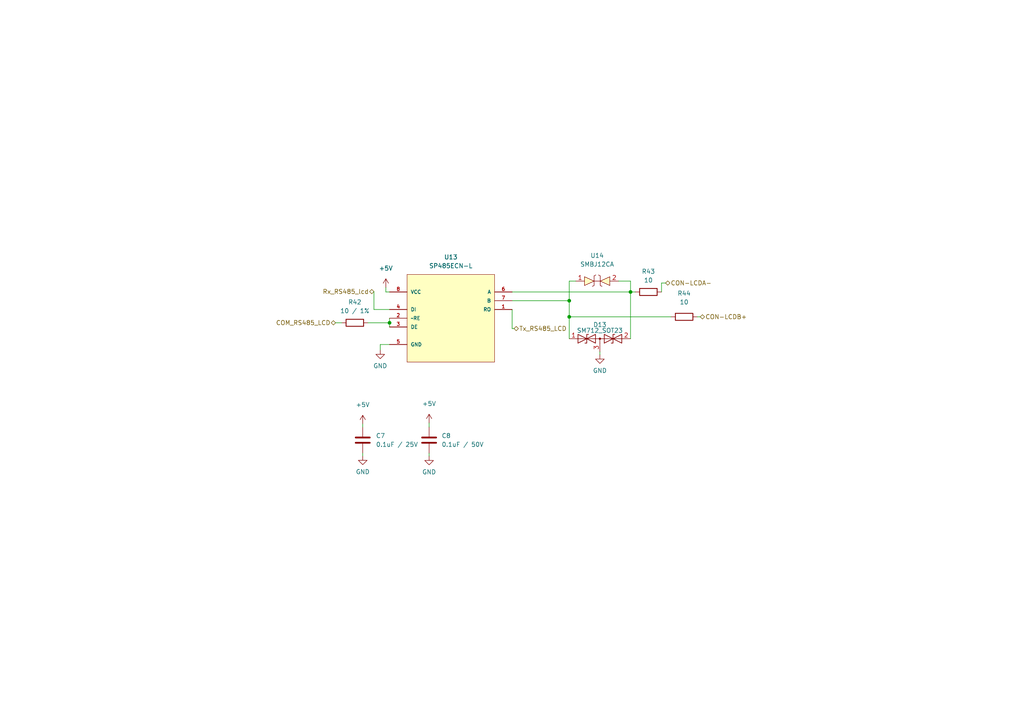
<source format=kicad_sch>
(kicad_sch (version 20211123) (generator eeschema)
  (paper "A4")
  (lib_symbols
    (symbol "Device:C" (pin_numbers hide) (pin_names (offset 0.254))
      (property "Reference" "C" (at 0.635 2.54 0))
      (property "Value" "C" (at 0.635 -2.54 0))
      (symbol "C_0_1"
        (polyline (pts (xy -2.032 -0.762) (xy 2.032 -0.762)) (stroke (width 0.508)))
        (polyline (pts (xy -2.032 0.762) (xy 2.032 0.762)) (stroke (width 0.508)))
      )
      (symbol "C_1_1"
        (pin passive line (at 0 3.81 270) (length 2.794) (name "~") (number "1"))
        (pin passive line (at 0 -3.81 90) (length 2.794) (name "~") (number "2"))
      )
    )
    (symbol "Device:R" (pin_numbers hide) (pin_names (offset 0))
      (property "Reference" "R" (at 2.032 0 90))
      (property "Value" "R" (at 0 0 90))
      (symbol "R_0_1"
        (rectangle (start -1.016 -2.54) (end 1.016 2.54) (stroke (width 0.254)))
      )
      (symbol "R_1_1"
        (pin passive line (at 0 3.81 270) (length 1.27) (name "~") (number "1"))
        (pin passive line (at 0 -3.81 90) (length 1.27) (name "~") (number "2"))
      )
    )
    (symbol "Diode:SM712_SOT23" (pin_names (offset 1.016) hide)
      (property "Reference" "D" (at 0 4.445 0))
      (property "Value" "SM712_SOT23" (at 0 2.54 0))
      (symbol "SM712_SOT23_0_0"
        (polyline (pts (xy 0 -1.27) (xy 0 0)))
      )
      (symbol "SM712_SOT23_0_1"
        (polyline (pts (xy -6.35 0) (xy 6.35 0)))
        (polyline (pts (xy -3.302 1.27) (xy -3.81 1.27) (xy -3.81 -1.27) (xy -4.318 -1.27)) (stroke (width 0.2032)))
        (polyline (pts (xy 4.318 1.27) (xy 3.81 1.27) (xy 3.81 -1.27) (xy 3.302 -1.27)) (stroke (width 0.2032)))
        (polyline (pts (xy -6.35 -1.27) (xy -1.27 1.27) (xy -1.27 -1.27) (xy -6.35 1.27) (xy -6.35 -1.27)) (stroke (width 0.2032)))
        (polyline (pts (xy 1.27 -1.27) (xy 1.27 1.27) (xy 6.35 -1.27) (xy 6.35 1.27) (xy 1.27 -1.27)) (stroke (width 0.2032)))
        (circle (center 0 0) (radius 0.254) (fill (type outline)))
      )
      (symbol "SM712_SOT23_1_1"
        (pin passive line (at -8.89 0 0) (length 2.54) (name "A1") (number "1"))
        (pin passive line (at 8.89 0 180) (length 2.54) (name "A2") (number "2"))
        (pin input line (at 0 -3.81 90) (length 2.54) (name "common") (number "3"))
      )
    )
    (symbol "SP485ECN-L:SP485ECN-L" (pin_names (offset 1.016))
      (property "Reference" "U" (at 12.3334 6.9821 0))
      (property "Value" "SP485ECN-L" (at 13.1756 -23.3243 0))
      (symbol "SP485ECN-L_0_0"
        (rectangle (start 5.08 -20.32) (end 30.48 5.08) (stroke (width 0.127)) (fill (type background)))
        (pin output line (at 35.56 -5.08 180) (length 5.08) (name "RO") (number "1"))
        (pin input line (at 0 -7.62 0) (length 5.08) (name "~RE") (number "2"))
        (pin input line (at 0 -10.16 0) (length 5.08) (name "DE") (number "3"))
        (pin input line (at 0 -5.08 0) (length 5.08) (name "DI") (number "4"))
        (pin passive line (at 0 -15.24 0) (length 5.08) (name "GND") (number "5"))
        (pin output line (at 35.56 0 180) (length 5.08) (name "A") (number "6"))
        (pin output line (at 35.56 -2.54 180) (length 5.08) (name "B") (number "7"))
        (pin power_in line (at 0 0 0) (length 5.08) (name "VCC") (number "8"))
      )
    )
    (symbol "nuevos simvolos:SMBJ12CA"
      (property "Reference" "U" (at 6.858 5.588 0))
      (property "Value" "SMBJ12CA" (at 6.858 4.064 0))
      (symbol "SMBJ12CA_0_1"
        (polyline (pts (xy 0 7.366) (xy 0 5.588)))
        (polyline (pts (xy -1.524 5.08) (xy -1.27 5.588) (xy 1.524 5.588) (xy 1.778 6.096)))
        (polyline (pts (xy -1.524 7.874) (xy -1.27 7.366) (xy 1.524 7.366) (xy 1.778 6.858)))
        (polyline (pts (xy 0 5.588) (xy -1.27 2.794) (xy 1.27 2.794) (xy 0 5.588)) (fill (type background)))
        (polyline (pts (xy 0 7.366) (xy -1.27 10.16) (xy 1.27 10.16) (xy 0 7.366)) (fill (type background)))
      )
      (symbol "SMBJ12CA_1_1"
        (pin bidirectional line (at 0 12.7 270) (length 2.54) (name "") (number "1"))
        (pin bidirectional line (at 0 0.254 90) (length 2.54) (name "") (number "2"))
      )
    )
    (symbol "power:+5V" (power) (pin_names (offset 0))
      (property "Value" "+5V" (at 0 3.556 0))
      (symbol "+5V_0_1"
        (polyline (pts (xy -0.762 1.27) (xy 0 2.54)))
        (polyline (pts (xy 0 0) (xy 0 2.54)))
        (polyline (pts (xy 0 2.54) (xy 0.762 1.27)))
      )
      (symbol "+5V_1_1"
        (pin power_in line (at 0 0 90) (length 0) hide (name "+5V") (number "1"))
      )
    )
    (symbol "power:GND" (power) (pin_names (offset 0))
      (property "Value" "GND" (at 0 -3.81 0))
      (symbol "GND_0_1"
        (polyline (pts (xy 0 0) (xy 0 -1.27) (xy 1.27 -1.27) (xy 0 -2.54) (xy -1.27 -1.27) (xy 0 -1.27)))
      )
      (symbol "GND_1_1"
        (pin power_in line (at 0 0 270) (length 0) hide (name "GND") (number "1"))
      )
    )
  )
  (junction (at 112.9792 93.6244))
  (junction (at 165.1 91.8972))
  (junction (at 165.1 87.2236))
  (junction (at 182.88 84.6836))
  (wire (pts (xy 148.5392 84.6836) (xy 182.88 84.6836)))
  (wire (pts (xy 124.46 131.4704) (xy 124.46 132.2832)))
  (wire (pts (xy 165.1 91.8972) (xy 194.6148 91.8972)))
  (wire (pts (xy 124.46 122.682) (xy 124.46 123.8504)))
  (wire (pts (xy 111.9124 83.4136) (xy 111.9124 84.6836)))
  (wire (pts (xy 182.88 84.6836) (xy 182.88 98.2472)))
  (wire (pts (xy 165.1 91.8972) (xy 165.1 87.2236)))
  (wire (pts (xy 149.098 95.3008) (xy 148.5392 95.3008)))
  (wire (pts (xy 179.4256 81.534) (xy 182.88 81.534)))
  (wire (pts (xy 111.9124 84.6836) (xy 112.9792 84.6836)))
  (wire (pts (xy 148.5392 95.3008) (xy 148.5392 89.7636)))
  (wire (pts (xy 112.9792 99.9236) (xy 110.2868 99.9236)))
  (wire (pts (xy 182.88 84.6836) (xy 184.2516 84.6836)))
  (wire (pts (xy 105.2068 131.4704) (xy 105.2068 132.2324)))
  (wire (pts (xy 191.8716 82.0928) (xy 191.8716 84.6836)))
  (wire (pts (xy 165.1 81.534) (xy 165.1 87.2236)))
  (wire (pts (xy 105.2068 122.9868) (xy 105.2068 123.8504)))
  (wire (pts (xy 108.458 89.7636) (xy 112.9792 89.7636)))
  (wire (pts (xy 193.04 82.0928) (xy 191.8716 82.0928)))
  (wire (pts (xy 165.1 98.2472) (xy 165.1 91.8972)))
  (wire (pts (xy 112.9792 92.3036) (xy 112.9792 93.6244)))
  (wire (pts (xy 108.458 84.582) (xy 108.458 89.7636)))
  (wire (pts (xy 182.88 81.534) (xy 182.88 84.6836)))
  (wire (pts (xy 106.7308 93.6244) (xy 112.9792 93.6244)))
  (wire (pts (xy 110.2868 99.9236) (xy 110.2868 101.4984)))
  (wire (pts (xy 202.2348 91.8972) (xy 203.0984 91.8972)))
  (wire (pts (xy 97.3328 93.6244) (xy 99.1108 93.6244)))
  (wire (pts (xy 166.9796 81.534) (xy 165.1 81.534)))
  (wire (pts (xy 112.9792 93.6244) (xy 112.9792 94.8436)))
  (wire (pts (xy 173.99 102.0572) (xy 173.99 102.87)))
  (wire (pts (xy 165.1 87.2236) (xy 148.5392 87.2236)))
  (hierarchical_label "CON-LCDA-" (shape bidirectional) (at 193.04 82.0928 0))
  (hierarchical_label "Tx_RS485_LCD" (shape bidirectional) (at 149.098 95.3008 0))
  (hierarchical_label "Rx_RS485_lcd" (shape bidirectional) (at 108.458 84.582 180))
  (hierarchical_label "COM_RS485_LCD" (shape bidirectional) (at 97.3328 93.6244 180))
  (hierarchical_label "CON-LCDB+" (shape bidirectional) (at 203.0984 91.8972 0))
  (symbol (lib_id "Device:R") (at 188.0616 84.6836 90) (unit 1)
    (property "Reference" "R43" (at 188.0616 78.74 90))
    (property "Value" "10" (at 188.0616 81.28 90))
    (property "Footprint" "Resistor_SMD:R_0805_2012Metric" (effects hide))
  )
  (symbol (lib_id "Device:C") (at 105.2068 127.6604 0) (unit 1)
    (property "Reference" "C7" (at 109.0168 126.3903 0) (effects (justify left)))
    (property "Value" "0.1uF / 25V" (at 109.0168 128.9303 0) (effects (justify left)))
    (property "Footprint" "Capacitor_SMD:C_0805_2012Metric" (effects hide))
  )
  (symbol (lib_id "power:GND") (at 110.2868 101.4984 0) (unit 1)
    (property "Reference" "#PWR0149" (effects hide))
    (property "Value" "GND" (at 110.2868 106.1212 0))
  )
  (symbol (lib_id "power:GND") (at 173.99 102.87 0) (unit 1)
    (property "Reference" "#PWR0152" (effects hide))
    (property "Value" "GND" (at 173.99 107.4928 0))
  )
  (symbol (lib_id "nuevos simvolos:SMBJ12CA") (at 179.6796 81.534 90) (unit 1)
    (property "Reference" "U14" (at 173.2026 74.1172 90))
    (property "Value" "SMBJ12CA" (at 173.2026 76.6572 90))
    (property "Footprint" "nuevo simbolo:SMBJ12CA" (effects hide))
    (property "Datasheet" "https://pdf1.alldatasheet.com/datasheet-pdf/view/568474/SOCAY/SMBJ12CA.html" (effects hide))
  )
  (symbol (lib_id "Device:R") (at 102.9208 93.6244 90) (unit 1)
    (property "Reference" "R42" (at 102.9208 87.63 90))
    (property "Value" "10 / 1%" (at 102.9208 90.17 90))
    (property "Footprint" "Resistor_SMD:R_0805_2012Metric" (effects hide))
  )
  (symbol (lib_id "power:GND") (at 124.46 132.2832 0) (unit 1)
    (property "Reference" "#PWR0147" (effects hide))
    (property "Value" "GND" (at 124.46 136.906 0))
  )
  (symbol (lib_id "Device:R") (at 198.4248 91.8972 90) (unit 1)
    (property "Reference" "R44" (at 198.4248 85.09 90))
    (property "Value" "10" (at 198.4248 87.63 90))
    (property "Footprint" "Resistor_SMD:R_0805_2012Metric" (effects hide))
  )
  (symbol (lib_id "power:+5V") (at 124.46 122.682 0) (unit 1)
    (property "Reference" "#PWR0146" (effects hide))
    (property "Value" "+5V" (at 124.46 117.094 0))
  )
  (symbol (lib_id "power:+5V") (at 111.9124 83.4136 0) (unit 1)
    (property "Reference" "#PWR0148" (effects hide))
    (property "Value" "+5V" (at 111.9124 77.8256 0))
  )
  (symbol (lib_id "power:GND") (at 105.2068 132.2324 0) (unit 1)
    (property "Reference" "#PWR0150" (effects hide))
    (property "Value" "GND" (at 105.2068 136.8552 0))
  )
  (symbol (lib_id "SP485ECN-L:SP485ECN-L") (at 112.9792 84.6836 0) (unit 1)
    (property "Reference" "U13" (at 130.7592 74.5744 0))
    (property "Value" "SP485ECN-L" (at 130.7592 77.1144 0))
    (property "Footprint" "SP485ECN-L:SOIC127P600X175-8N" (effects hide))
    (property "SUPPLIER" "Sipex Corporation" (effects hide))
    (property "OC_FARNELL" "1831933" (effects hide))
    (property "OC_NEWARK" "24R0570" (effects hide))
    (property "MPN" "SP485ECN-L" (effects hide))
    (property "PACKAGE" "SOIC-8" (effects hide))
  )
  (symbol (lib_id "power:+5V") (at 105.2068 122.9868 0) (unit 1)
    (property "Reference" "#PWR0151" (effects hide))
    (property "Value" "+5V" (at 105.2068 117.3988 0))
  )
  (symbol (lib_id "Diode:SM712_SOT23") (at 173.99 98.2472 0) (unit 1)
    (property "Reference" "D13" (at 173.99 94.1832 0))
    (property "Value" "SM712_SOT23" (at 173.99 95.8596 0))
    (property "Footprint" "Package_TO_SOT_SMD:SOT-23" (effects hide))
    (property "Datasheet" "https://www.littelfuse.com/~/media/electronics/datasheets/tvs_diode_arrays/littelfuse_tvs_diode_array_sm712_datasheet.pdf.pdf" (effects hide))
  )
  (symbol (lib_id "Device:C") (at 124.46 127.6604 0) (unit 1)
    (property "Reference" "C8" (at 128.0668 126.3903 0) (effects (justify left)))
    (property "Value" "0.1uF / 50V" (at 128.0668 128.9303 0) (effects (justify left)))
    (property "Footprint" "Capacitor_SMD:C_0805_2012Metric" (effects hide))
  )
)
</source>
